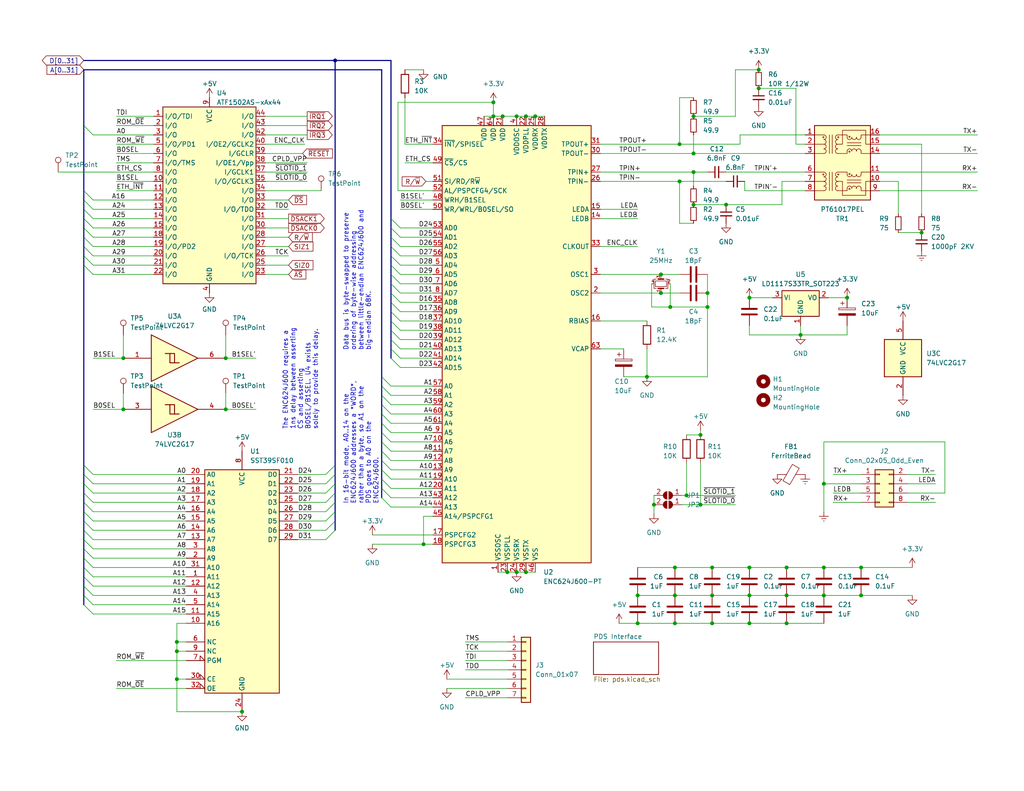
<source format=kicad_sch>
(kicad_sch (version 20230121) (generator eeschema)
  (paper "USLetter")
  (title_block (title "SEthernet/30 PDS Ethernet card for Macintosh SE/30") (date "2024-01-27") (rev "1"))
  (junction (at 173.99 162.56))
  (junction (at 33.655 97.79))
  (junction (at 214.63 154.94))
  (junction (at 194.31 154.94))
  (junction (at 207.01 24.13))
  (junction (at 134.62 27.94))
  (junction (at 61.595 111.76))
  (junction (at 180.34 80.01))
  (junction (at 180.34 74.93))
  (junction (at 143.51 156.21))
  (junction (at 178.435 137.795))
  (junction (at 189.23 41.91))
  (junction (at 224.79 132.08))
  (junction (at 185.42 49.53))
  (junction (at 191.135 137.795))
  (junction (at 214.63 162.56))
  (junction (at 204.47 154.94))
  (junction (at 218.44 91.44))
  (junction (at 33.655 111.76))
  (junction (at 234.95 154.94))
  (junction (at 182.88 83.82))
  (junction (at 224.79 162.56))
  (junction (at 48.26 175.26))
  (junction (at 194.31 170.18))
  (junction (at 137.16 31.75))
  (junction (at 48.26 177.8))
  (junction (at 189.23 31.75))
  (junction (at 91.44 16.51))
  (junction (at 173.99 170.18))
  (junction (at 204.47 162.56))
  (junction (at 176.53 102.87))
  (junction (at 66.04 194.31))
  (junction (at 207.01 19.05))
  (junction (at 204.47 170.18))
  (junction (at 189.23 46.99))
  (junction (at 115.57 148.59))
  (junction (at 140.97 156.21))
  (junction (at 138.43 156.21))
  (junction (at 214.63 170.18))
  (junction (at 204.47 81.28))
  (junction (at 146.05 31.75))
  (junction (at 184.15 162.56))
  (junction (at 184.15 170.18))
  (junction (at 189.23 55.88))
  (junction (at 191.135 118.745))
  (junction (at 143.51 31.75))
  (junction (at 193.04 80.01))
  (junction (at 194.31 162.56))
  (junction (at 187.325 135.255))
  (junction (at 61.595 97.79))
  (junction (at 185.42 39.37))
  (junction (at 140.97 31.75))
  (junction (at 234.95 162.56))
  (junction (at 198.12 55.88))
  (junction (at 134.62 31.75))
  (junction (at 231.14 81.28))
  (junction (at 251.46 63.5))
  (junction (at 184.15 154.94))
  (junction (at 193.04 83.82))
  (junction (at 48.26 185.42))
  (junction (at 224.79 154.94))
  (bus_entry (at 104.14 110.49) (size 2.54 2.54))
  (bus_entry (at 22.86 152.4) (size 2.54 2.54))
  (bus_entry (at 22.86 165.1) (size 2.54 2.54))
  (bus_entry (at 91.44 129.54) (size -2.54 2.54))
  (bus_entry (at 22.86 54.61) (size 2.54 2.54))
  (bus_entry (at 22.86 154.94) (size 2.54 2.54))
  (bus_entry (at 22.86 129.54) (size 2.54 2.54))
  (bus_entry (at 106.68 74.93) (size 2.54 2.54))
  (bus_entry (at 106.68 62.23) (size 2.54 2.54))
  (bus_entry (at 91.44 142.24) (size -2.54 2.54))
  (bus_entry (at 22.86 149.86) (size 2.54 2.54))
  (bus_entry (at 104.14 102.87) (size 2.54 2.54))
  (bus_entry (at 104.14 135.89) (size 2.54 2.54))
  (bus_entry (at 106.68 72.39) (size 2.54 2.54))
  (bus_entry (at 104.14 115.57) (size 2.54 2.54))
  (bus_entry (at 22.86 34.29) (size 2.54 2.54))
  (bus_entry (at 106.68 95.25) (size 2.54 2.54))
  (bus_entry (at 104.14 113.03) (size 2.54 2.54))
  (bus_entry (at 22.86 139.7) (size 2.54 2.54))
  (bus_entry (at 22.86 160.02) (size 2.54 2.54))
  (bus_entry (at 104.14 118.11) (size 2.54 2.54))
  (bus_entry (at 22.86 127) (size 2.54 2.54))
  (bus_entry (at 22.86 132.08) (size 2.54 2.54))
  (bus_entry (at 106.68 82.55) (size 2.54 2.54))
  (bus_entry (at 22.86 134.62) (size 2.54 2.54))
  (bus_entry (at 106.68 97.79) (size 2.54 2.54))
  (bus_entry (at 22.86 52.07) (size 2.54 2.54))
  (bus_entry (at 22.86 147.32) (size 2.54 2.54))
  (bus_entry (at 106.68 80.01) (size 2.54 2.54))
  (bus_entry (at 91.44 144.78) (size -2.54 2.54))
  (bus_entry (at 22.86 67.31) (size 2.54 2.54))
  (bus_entry (at 91.44 134.62) (size -2.54 2.54))
  (bus_entry (at 104.14 133.35) (size 2.54 2.54))
  (bus_entry (at 104.14 107.95) (size 2.54 2.54))
  (bus_entry (at 104.14 105.41) (size 2.54 2.54))
  (bus_entry (at 106.68 87.63) (size 2.54 2.54))
  (bus_entry (at 91.44 132.08) (size -2.54 2.54))
  (bus_entry (at 91.44 127) (size -2.54 2.54))
  (bus_entry (at 22.86 57.15) (size 2.54 2.54))
  (bus_entry (at 91.44 137.16) (size -2.54 2.54))
  (bus_entry (at 106.68 77.47) (size 2.54 2.54))
  (bus_entry (at 22.86 144.78) (size 2.54 2.54))
  (bus_entry (at 106.68 69.85) (size 2.54 2.54))
  (bus_entry (at 22.86 72.39) (size 2.54 2.54))
  (bus_entry (at 22.86 64.77) (size 2.54 2.54))
  (bus_entry (at 104.14 125.73) (size 2.54 2.54))
  (bus_entry (at 22.86 142.24) (size 2.54 2.54))
  (bus_entry (at 22.86 157.48) (size 2.54 2.54))
  (bus_entry (at 22.86 69.85) (size 2.54 2.54))
  (bus_entry (at 104.14 128.27) (size 2.54 2.54))
  (bus_entry (at 104.14 120.65) (size 2.54 2.54))
  (bus_entry (at 22.86 62.23) (size 2.54 2.54))
  (bus_entry (at 22.86 162.56) (size 2.54 2.54))
  (bus_entry (at 106.68 67.31) (size 2.54 2.54))
  (bus_entry (at 106.68 92.71) (size 2.54 2.54))
  (bus_entry (at 104.14 123.19) (size 2.54 2.54))
  (bus_entry (at 22.86 59.69) (size 2.54 2.54))
  (bus_entry (at 106.68 85.09) (size 2.54 2.54))
  (bus_entry (at 91.44 139.7) (size -2.54 2.54))
  (bus_entry (at 104.14 130.81) (size 2.54 2.54))
  (bus_entry (at 106.68 59.69) (size 2.54 2.54))
  (bus_entry (at 22.86 137.16) (size 2.54 2.54))
  (bus_entry (at 106.68 64.77) (size 2.54 2.54))
  (bus_entry (at 106.68 90.17) (size 2.54 2.54))
  (wire (pts (xy 61.595 111.76) (xy 69.85 111.76)))
  (wire (pts (xy 134.62 31.75) (xy 137.16 31.75)))
  (wire (pts (xy 88.9 134.62) (xy 81.28 134.62)))
  (bus (pts (xy 104.14 113.03) (xy 104.14 115.57)))
  (wire (pts (xy 88.9 144.78) (xy 81.28 144.78)))
  (wire (pts (xy 88.9 132.08) (xy 81.28 132.08)))
  (wire (pts (xy 121.92 185.42) (xy 138.43 185.42)))
  (wire (pts (xy 163.83 80.01) (xy 180.34 80.01)))
  (wire (pts (xy 72.39 59.69) (xy 78.74 59.69)))
  (wire (pts (xy 121.92 187.96) (xy 138.43 187.96)))
  (wire (pts (xy 224.79 154.94) (xy 234.95 154.94)))
  (wire (pts (xy 116.205 49.53) (xy 118.11 49.53)))
  (wire (pts (xy 25.4 129.54) (xy 50.8 129.54)))
  (bus (pts (xy 22.86 144.78) (xy 22.86 147.32)))
  (wire (pts (xy 78.74 74.93) (xy 72.39 74.93)))
  (wire (pts (xy 227.33 134.62) (xy 234.95 134.62)))
  (wire (pts (xy 106.68 138.43) (xy 118.11 138.43)))
  (wire (pts (xy 106.68 113.03) (xy 118.11 113.03)))
  (wire (pts (xy 132.08 31.75) (xy 134.62 31.75)))
  (wire (pts (xy 109.22 95.25) (xy 118.11 95.25)))
  (wire (pts (xy 101.6 148.59) (xy 115.57 148.59)))
  (wire (pts (xy 78.74 64.77) (xy 72.39 64.77)))
  (bus (pts (xy 22.86 34.29) (xy 22.86 52.07)))
  (wire (pts (xy 240.03 39.37) (xy 251.46 39.37)))
  (wire (pts (xy 231.14 91.44) (xy 218.44 91.44)))
  (wire (pts (xy 33.655 111.76) (xy 25.4 111.76)))
  (wire (pts (xy 48.26 177.8) (xy 48.26 185.42)))
  (bus (pts (xy 91.44 16.51) (xy 106.68 16.51)))
  (wire (pts (xy 138.43 182.88) (xy 127 182.88)))
  (wire (pts (xy 33.655 91.44) (xy 33.655 97.79)))
  (wire (pts (xy 191.135 117.475) (xy 191.135 118.745)))
  (wire (pts (xy 214.63 162.56) (xy 224.79 162.56)))
  (wire (pts (xy 106.68 118.11) (xy 118.11 118.11)))
  (wire (pts (xy 106.68 110.49) (xy 118.11 110.49)))
  (wire (pts (xy 48.26 185.42) (xy 50.8 185.42)))
  (wire (pts (xy 201.93 39.37) (xy 201.93 36.83)))
  (bus (pts (xy 106.68 95.25) (xy 106.68 97.79)))
  (wire (pts (xy 48.26 175.26) (xy 48.26 177.8)))
  (wire (pts (xy 163.83 67.31) (xy 173.99 67.31)))
  (wire (pts (xy 109.22 72.39) (xy 118.11 72.39)))
  (wire (pts (xy 25.4 160.02) (xy 50.8 160.02)))
  (bus (pts (xy 104.14 19.05) (xy 104.14 102.87)))
  (bus (pts (xy 106.68 77.47) (xy 106.68 80.01)))
  (wire (pts (xy 226.06 81.28) (xy 231.14 81.28)))
  (wire (pts (xy 234.95 154.94) (xy 248.92 154.94)))
  (bus (pts (xy 22.86 57.15) (xy 22.86 59.69)))
  (wire (pts (xy 31.75 49.53) (xy 41.91 49.53)))
  (wire (pts (xy 198.12 46.99) (xy 219.71 46.99)))
  (wire (pts (xy 109.22 74.93) (xy 118.11 74.93)))
  (bus (pts (xy 22.86 149.86) (xy 22.86 152.4)))
  (wire (pts (xy 163.83 74.93) (xy 180.34 74.93)))
  (wire (pts (xy 143.51 156.21) (xy 146.05 156.21)))
  (wire (pts (xy 173.99 170.18) (xy 184.15 170.18)))
  (wire (pts (xy 185.42 26.67) (xy 189.23 26.67)))
  (wire (pts (xy 31.75 187.96) (xy 50.8 187.96)))
  (wire (pts (xy 31.75 180.34) (xy 50.8 180.34)))
  (wire (pts (xy 231.14 88.9) (xy 231.14 91.44)))
  (wire (pts (xy 200.66 31.75) (xy 200.66 19.05)))
  (wire (pts (xy 109.22 57.15) (xy 118.11 57.15)))
  (bus (pts (xy 22.86 52.07) (xy 22.86 54.61)))
  (wire (pts (xy 25.4 162.56) (xy 50.8 162.56)))
  (bus (pts (xy 22.86 67.31) (xy 22.86 69.85)))
  (bus (pts (xy 22.86 134.62) (xy 22.86 137.16)))
  (wire (pts (xy 25.4 165.1) (xy 50.8 165.1)))
  (wire (pts (xy 61.595 97.79) (xy 69.85 97.79)))
  (wire (pts (xy 72.39 34.29) (xy 83.82 34.29)))
  (wire (pts (xy 106.68 120.65) (xy 118.11 120.65)))
  (wire (pts (xy 178.435 135.255) (xy 178.435 137.795)))
  (wire (pts (xy 109.22 100.33) (xy 118.11 100.33)))
  (wire (pts (xy 247.65 129.54) (xy 255.27 129.54)))
  (wire (pts (xy 247.65 134.62) (xy 257.81 134.62)))
  (bus (pts (xy 22.86 137.16) (xy 22.86 139.7)))
  (wire (pts (xy 25.4 59.69) (xy 41.91 59.69)))
  (wire (pts (xy 106.68 123.19) (xy 118.11 123.19)))
  (wire (pts (xy 187.325 135.255) (xy 200.66 135.255)))
  (bus (pts (xy 104.14 133.35) (xy 104.14 135.89)))
  (bus (pts (xy 106.68 59.69) (xy 106.68 62.23)))
  (wire (pts (xy 127 190.5) (xy 138.43 190.5)))
  (bus (pts (xy 22.86 64.77) (xy 22.86 67.31)))
  (wire (pts (xy 193.04 80.01) (xy 193.04 83.82)))
  (wire (pts (xy 185.42 39.37) (xy 201.93 39.37)))
  (wire (pts (xy 245.11 49.53) (xy 240.03 49.53)))
  (wire (pts (xy 88.9 142.24) (xy 81.28 142.24)))
  (wire (pts (xy 31.75 52.07) (xy 41.91 52.07)))
  (wire (pts (xy 48.26 194.31) (xy 66.04 194.31)))
  (wire (pts (xy 187.325 126.365) (xy 187.325 135.255)))
  (bus (pts (xy 22.86 162.56) (xy 22.86 165.1)))
  (wire (pts (xy 83.82 31.75) (xy 72.39 31.75)))
  (wire (pts (xy 109.22 69.85) (xy 118.11 69.85)))
  (wire (pts (xy 72.39 52.07) (xy 87.63 52.07)))
  (wire (pts (xy 127 180.34) (xy 138.43 180.34)))
  (wire (pts (xy 127 175.26) (xy 138.43 175.26)))
  (wire (pts (xy 177.8 77.47) (xy 177.8 83.82)))
  (wire (pts (xy 191.135 137.795) (xy 200.66 137.795)))
  (wire (pts (xy 115.57 148.59) (xy 118.11 148.59)))
  (wire (pts (xy 240.03 46.99) (xy 266.7 46.99)))
  (wire (pts (xy 189.23 41.91) (xy 219.71 41.91)))
  (wire (pts (xy 109.22 82.55) (xy 118.11 82.55)))
  (wire (pts (xy 72.39 39.37) (xy 83.185 39.37)))
  (wire (pts (xy 193.04 83.82) (xy 193.04 102.87)))
  (wire (pts (xy 25.4 144.78) (xy 50.8 144.78)))
  (bus (pts (xy 22.86 59.69) (xy 22.86 62.23)))
  (wire (pts (xy 191.135 126.365) (xy 191.135 137.795)))
  (wire (pts (xy 109.22 80.01) (xy 118.11 80.01)))
  (wire (pts (xy 48.26 170.18) (xy 48.26 175.26)))
  (wire (pts (xy 194.31 154.94) (xy 204.47 154.94)))
  (wire (pts (xy 204.47 154.94) (xy 214.63 154.94)))
  (wire (pts (xy 194.31 162.56) (xy 204.47 162.56)))
  (wire (pts (xy 219.71 39.37) (xy 217.17 39.37)))
  (wire (pts (xy 25.4 149.86) (xy 50.8 149.86)))
  (wire (pts (xy 25.4 54.61) (xy 41.91 54.61)))
  (bus (pts (xy 22.86 157.48) (xy 22.86 160.02)))
  (wire (pts (xy 33.655 107.315) (xy 33.655 111.76)))
  (wire (pts (xy 88.9 139.7) (xy 81.28 139.7)))
  (wire (pts (xy 234.95 162.56) (xy 248.92 162.56)))
  (bus (pts (xy 104.14 105.41) (xy 104.14 107.95)))
  (wire (pts (xy 204.47 91.44) (xy 218.44 91.44)))
  (bus (pts (xy 106.68 80.01) (xy 106.68 82.55)))
  (bus (pts (xy 22.86 160.02) (xy 22.86 162.56)))
  (wire (pts (xy 48.26 185.42) (xy 48.26 194.31)))
  (wire (pts (xy 106.68 115.57) (xy 118.11 115.57)))
  (bus (pts (xy 22.86 142.24) (xy 22.86 144.78)))
  (wire (pts (xy 25.4 147.32) (xy 50.8 147.32)))
  (wire (pts (xy 118.11 140.97) (xy 115.57 140.97)))
  (bus (pts (xy 22.86 132.08) (xy 22.86 134.62)))
  (wire (pts (xy 163.83 41.91) (xy 189.23 41.91)))
  (wire (pts (xy 137.16 31.75) (xy 140.97 31.75)))
  (wire (pts (xy 33.655 97.79) (xy 25.4 97.79)))
  (wire (pts (xy 201.93 36.83) (xy 219.71 36.83)))
  (bus (pts (xy 22.86 54.61) (xy 22.86 57.15)))
  (bus (pts (xy 22.86 72.39) (xy 22.86 127)))
  (wire (pts (xy 245.11 49.53) (xy 245.11 58.42)))
  (bus (pts (xy 106.68 87.63) (xy 106.68 90.17)))
  (bus (pts (xy 22.86 19.05) (xy 22.86 34.29)))
  (wire (pts (xy 182.88 83.82) (xy 193.04 83.82)))
  (wire (pts (xy 213.36 49.53) (xy 219.71 49.53)))
  (wire (pts (xy 109.22 97.79) (xy 118.11 97.79)))
  (wire (pts (xy 106.68 125.73) (xy 118.11 125.73)))
  (wire (pts (xy 106.68 130.81) (xy 118.11 130.81)))
  (bus (pts (xy 22.86 19.05) (xy 104.14 19.05)))
  (wire (pts (xy 106.68 133.35) (xy 118.11 133.35)))
  (wire (pts (xy 185.42 49.53) (xy 198.12 49.53)))
  (wire (pts (xy 184.15 162.56) (xy 194.31 162.56)))
  (wire (pts (xy 234.95 129.54) (xy 227.33 129.54)))
  (bus (pts (xy 91.44 137.16) (xy 91.44 139.7)))
  (wire (pts (xy 25.4 62.23) (xy 41.91 62.23)))
  (bus (pts (xy 22.86 129.54) (xy 22.86 132.08)))
  (bus (pts (xy 106.68 62.23) (xy 106.68 64.77)))
  (wire (pts (xy 78.74 54.61) (xy 72.39 54.61)))
  (bus (pts (xy 106.68 69.85) (xy 106.68 72.39)))
  (wire (pts (xy 163.83 49.53) (xy 185.42 49.53)))
  (bus (pts (xy 106.68 82.55) (xy 106.68 85.09)))
  (wire (pts (xy 189.23 46.99) (xy 189.23 50.8)))
  (bus (pts (xy 104.14 107.95) (xy 104.14 110.49)))
  (bus (pts (xy 91.44 139.7) (xy 91.44 142.24)))
  (wire (pts (xy 218.44 88.9) (xy 218.44 91.44)))
  (wire (pts (xy 224.79 162.56) (xy 234.95 162.56)))
  (wire (pts (xy 135.89 156.21) (xy 138.43 156.21)))
  (wire (pts (xy 110.49 39.37) (xy 118.11 39.37)))
  (wire (pts (xy 72.39 41.91) (xy 82.55 41.91)))
  (bus (pts (xy 22.86 69.85) (xy 22.86 72.39)))
  (wire (pts (xy 140.97 156.21) (xy 143.51 156.21)))
  (wire (pts (xy 173.99 154.94) (xy 184.15 154.94)))
  (wire (pts (xy 72.39 46.99) (xy 83.82 46.99)))
  (bus (pts (xy 91.44 16.51) (xy 91.44 127)))
  (wire (pts (xy 184.15 154.94) (xy 194.31 154.94)))
  (wire (pts (xy 203.2 52.07) (xy 219.71 52.07)))
  (bus (pts (xy 104.14 130.81) (xy 104.14 133.35)))
  (bus (pts (xy 22.86 127) (xy 22.86 129.54)))
  (bus (pts (xy 22.86 16.51) (xy 91.44 16.51)))
  (wire (pts (xy 200.66 19.05) (xy 207.01 19.05)))
  (wire (pts (xy 213.36 55.88) (xy 213.36 49.53)))
  (wire (pts (xy 78.74 67.31) (xy 72.39 67.31)))
  (wire (pts (xy 204.47 88.9) (xy 204.47 91.44)))
  (wire (pts (xy 88.9 137.16) (xy 81.28 137.16)))
  (wire (pts (xy 189.23 41.91) (xy 189.23 36.83)))
  (bus (pts (xy 104.14 118.11) (xy 104.14 120.65)))
  (wire (pts (xy 184.15 170.18) (xy 194.31 170.18)))
  (wire (pts (xy 25.4 74.93) (xy 41.91 74.93)))
  (wire (pts (xy 178.435 137.795) (xy 178.435 140.335)))
  (wire (pts (xy 88.9 147.32) (xy 81.28 147.32)))
  (wire (pts (xy 25.4 72.39) (xy 41.91 72.39)))
  (wire (pts (xy 146.05 31.75) (xy 148.59 31.75)))
  (wire (pts (xy 138.43 156.21) (xy 140.97 156.21)))
  (wire (pts (xy 198.12 55.88) (xy 213.36 55.88)))
  (wire (pts (xy 106.68 128.27) (xy 118.11 128.27)))
  (wire (pts (xy 189.23 31.75) (xy 200.66 31.75)))
  (wire (pts (xy 187.325 118.745) (xy 191.135 118.745)))
  (wire (pts (xy 78.74 72.39) (xy 72.39 72.39)))
  (wire (pts (xy 25.4 167.64) (xy 50.8 167.64)))
  (wire (pts (xy 193.04 102.87) (xy 176.53 102.87)))
  (wire (pts (xy 78.74 69.85) (xy 72.39 69.85)))
  (bus (pts (xy 106.68 67.31) (xy 106.68 69.85)))
  (wire (pts (xy 109.22 85.09) (xy 118.11 85.09)))
  (wire (pts (xy 257.81 120.65) (xy 257.81 134.62)))
  (wire (pts (xy 138.43 177.8) (xy 127 177.8)))
  (wire (pts (xy 41.91 34.29) (xy 31.75 34.29)))
  (wire (pts (xy 25.4 67.31) (xy 41.91 67.31)))
  (wire (pts (xy 88.9 129.54) (xy 81.28 129.54)))
  (wire (pts (xy 163.83 95.25) (xy 170.18 95.25)))
  (wire (pts (xy 106.68 135.89) (xy 118.11 135.89)))
  (bus (pts (xy 104.14 102.87) (xy 104.14 105.41)))
  (wire (pts (xy 108.585 27.94) (xy 134.62 27.94)))
  (wire (pts (xy 247.65 137.16) (xy 255.27 137.16)))
  (wire (pts (xy 109.22 92.71) (xy 118.11 92.71)))
  (wire (pts (xy 25.4 57.15) (xy 41.91 57.15)))
  (wire (pts (xy 109.22 54.61) (xy 118.11 54.61)))
  (wire (pts (xy 176.53 95.25) (xy 176.53 102.87)))
  (bus (pts (xy 22.86 154.94) (xy 22.86 157.48)))
  (wire (pts (xy 224.79 120.65) (xy 224.79 132.08)))
  (bus (pts (xy 91.44 132.08) (xy 91.44 134.62)))
  (wire (pts (xy 168.91 170.18) (xy 173.99 170.18)))
  (bus (pts (xy 91.44 127) (xy 91.44 129.54)))
  (wire (pts (xy 134.62 27.94) (xy 134.62 31.75)))
  (wire (pts (xy 189.23 55.88) (xy 198.12 55.88)))
  (wire (pts (xy 25.4 69.85) (xy 41.91 69.85)))
  (wire (pts (xy 227.33 137.16) (xy 234.95 137.16)))
  (bus (pts (xy 91.44 129.54) (xy 91.44 132.08)))
  (wire (pts (xy 185.42 49.53) (xy 185.42 60.96)))
  (wire (pts (xy 72.39 44.45) (xy 83.82 44.45)))
  (wire (pts (xy 186.055 135.255) (xy 187.325 135.255)))
  (wire (pts (xy 176.53 102.87) (xy 170.18 102.87)))
  (bus (pts (xy 106.68 74.93) (xy 106.68 77.47)))
  (wire (pts (xy 163.83 59.69) (xy 173.99 59.69)))
  (bus (pts (xy 106.68 92.71) (xy 106.68 95.25)))
  (wire (pts (xy 31.75 41.91) (xy 41.91 41.91)))
  (wire (pts (xy 72.39 49.53) (xy 83.82 49.53)))
  (bus (pts (xy 106.68 72.39) (xy 106.68 74.93)))
  (wire (pts (xy 31.75 31.75) (xy 41.91 31.75)))
  (wire (pts (xy 214.63 154.94) (xy 224.79 154.94)))
  (bus (pts (xy 22.86 139.7) (xy 22.86 142.24)))
  (wire (pts (xy 240.03 41.91) (xy 266.7 41.91)))
  (wire (pts (xy 109.22 77.47) (xy 118.11 77.47)))
  (wire (pts (xy 115.57 140.97) (xy 115.57 148.59)))
  (wire (pts (xy 180.34 74.93) (xy 185.42 74.93)))
  (wire (pts (xy 48.26 175.26) (xy 50.8 175.26)))
  (wire (pts (xy 143.51 31.75) (xy 146.05 31.75)))
  (wire (pts (xy 15.875 46.99) (xy 41.91 46.99)))
  (wire (pts (xy 110.49 19.05) (xy 115.57 19.05)))
  (wire (pts (xy 251.46 39.37) (xy 251.46 58.42)))
  (bus (pts (xy 106.68 85.09) (xy 106.68 87.63)))
  (bus (pts (xy 106.68 90.17) (xy 106.68 92.71)))
  (wire (pts (xy 163.83 39.37) (xy 185.42 39.37)))
  (wire (pts (xy 50.8 170.18) (xy 48.26 170.18)))
  (wire (pts (xy 185.42 39.37) (xy 185.42 26.67)))
  (wire (pts (xy 109.22 90.17) (xy 118.11 90.17)))
  (wire (pts (xy 61.595 107.315) (xy 61.595 111.76)))
  (bus (pts (xy 106.68 16.51) (xy 106.68 59.69)))
  (wire (pts (xy 163.83 46.99) (xy 189.23 46.99)))
  (wire (pts (xy 25.4 139.7) (xy 50.8 139.7)))
  (wire (pts (xy 25.4 142.24) (xy 50.8 142.24)))
  (wire (pts (xy 173.99 162.56) (xy 184.15 162.56)))
  (wire (pts (xy 185.42 60.96) (xy 189.23 60.96)))
  (wire (pts (xy 31.75 44.45) (xy 41.91 44.45)))
  (wire (pts (xy 217.17 39.37) (xy 217.17 24.13)))
  (wire (pts (xy 247.65 132.08) (xy 255.27 132.08)))
  (wire (pts (xy 163.83 87.63) (xy 176.53 87.63)))
  (wire (pts (xy 78.74 57.15) (xy 72.39 57.15)))
  (wire (pts (xy 189.23 46.99) (xy 193.04 46.99)))
  (wire (pts (xy 204.47 81.28) (xy 210.82 81.28)))
  (wire (pts (xy 25.4 152.4) (xy 50.8 152.4)))
  (wire (pts (xy 214.63 170.18) (xy 224.79 170.18)))
  (wire (pts (xy 25.4 134.62) (xy 50.8 134.62)))
  (bus (pts (xy 91.44 142.24) (xy 91.44 144.78)))
  (bus (pts (xy 91.44 134.62) (xy 91.44 137.16)))
  (wire (pts (xy 109.22 67.31) (xy 118.11 67.31)))
  (wire (pts (xy 41.91 39.37) (xy 31.75 39.37)))
  (wire (pts (xy 194.31 170.18) (xy 204.47 170.18)))
  (wire (pts (xy 245.11 63.5) (xy 251.46 63.5)))
  (wire (pts (xy 106.68 105.41) (xy 118.11 105.41)))
  (wire (pts (xy 108.585 27.94) (xy 108.585 52.07)))
  (wire (pts (xy 140.97 31.75) (xy 143.51 31.75)))
  (wire (pts (xy 83.82 36.83) (xy 72.39 36.83)))
  (wire (pts (xy 101.6 146.05) (xy 118.11 146.05)))
  (wire (pts (xy 118.11 52.07) (xy 108.585 52.07)))
  (wire (pts (xy 203.2 49.53) (xy 203.2 52.07)))
  (wire (pts (xy 25.4 154.94) (xy 50.8 154.94)))
  (bus (pts (xy 22.86 62.23) (xy 22.86 64.77)))
  (wire (pts (xy 204.47 162.56) (xy 214.63 162.56)))
  (wire (pts (xy 109.22 64.77) (xy 118.11 64.77)))
  (bus (pts (xy 22.86 147.32) (xy 22.86 149.86)))
  (wire (pts (xy 217.17 24.13) (xy 207.01 24.13)))
  (wire (pts (xy 180.34 80.01) (xy 185.42 80.01)))
  (wire (pts (xy 109.22 62.23) (xy 118.11 62.23)))
  (wire (pts (xy 234.95 132.08) (xy 224.79 132.08)))
  (wire (pts (xy 61.595 91.44) (xy 61.595 97.79)))
  (wire (pts (xy 25.4 137.16) (xy 50.8 137.16)))
  (wire (pts (xy 240.03 36.83) (xy 266.7 36.83)))
  (bus (pts (xy 104.14 110.49) (xy 104.14 113.03)))
  (wire (pts (xy 110.49 26.67) (xy 110.49 39.37)))
  (wire (pts (xy 193.04 74.93) (xy 193.04 80.01)))
  (wire (pts (xy 224.79 132.08) (xy 224.79 139.7)))
  (bus (pts (xy 22.86 152.4) (xy 22.86 154.94)))
  (wire (pts (xy 25.4 64.77) (xy 41.91 64.77)))
  (wire (pts (xy 163.83 57.15) (xy 173.99 57.15)))
  (bus (pts (xy 104.14 125.73) (xy 104.14 128.27)))
  (bus (pts (xy 104.14 120.65) (xy 104.14 123.19)))
  (bus (pts (xy 106.68 64.77) (xy 106.68 67.31)))
  (wire (pts (xy 182.88 77.47) (xy 182.88 83.82)))
  (wire (pts (xy 25.4 157.48) (xy 50.8 157.48)))
  (wire (pts (xy 118.11 44.45) (xy 110.49 44.45)))
  (wire (pts (xy 186.055 137.795) (xy 191.135 137.795)))
  (wire (pts (xy 25.4 132.08) (xy 50.8 132.08)))
  (wire (pts (xy 240.03 52.07) (xy 266.7 52.07)))
  (wire (pts (xy 48.26 177.8) (xy 50.8 177.8)))
  (wire (pts (xy 177.8 83.82) (xy 182.88 83.82)))
  (wire (pts (xy 204.47 170.18) (xy 214.63 170.18)))
  (wire (pts (xy 72.39 62.23) (xy 78.74 62.23)))
  (wire (pts (xy 25.4 36.83) (xy 41.91 36.83)))
  (wire (pts (xy 109.22 87.63) (xy 118.11 87.63)))
  (wire (pts (xy 224.79 120.65) (xy 257.81 120.65)))
  (bus (pts (xy 104.14 128.27) (xy 104.14 130.81)))
  (wire (pts (xy 106.68 107.95) (xy 118.11 107.95)))
  (bus (pts (xy 104.14 123.19) (xy 104.14 125.73)))
  (bus (pts (xy 104.14 115.57) (xy 104.14 118.11)))
  (text_box "Data bus is byte-swapped to preserve ordering of byte-wise addressing between little-endian ENC624J600 and big-endian 68K." (at 92.71 55.88 90) (size 11.43 40.64) (stroke (width -0.0001)) (effects (font (size 1.27 1.27)) (justify left top)))
  (text_box "In 16-bit mode, A0..14 on the ENC624J600 addresses a *WORD*, rather than a byte, so A1 on the PDS goes to A0 on the ENC624J600." (at 92.71 101.6 90) (size 11.43 36.83) (stroke (width -0.0001)) (effects (font (size 1.27 1.27)) (justify left top)))
  (text_box "The ENC624J600 requires a 1ns delay between asserting CS and asserting B0SEL/B1SEL. U4 exists solely to provide this delay." (at 76.2 86.36 90) (size 11.43 31.75) (stroke (width -0.0001)) (effects (font (size 1.27 1.27)) (justify left top)))
  (label "A0" (at 50.8 129.54 180))
  (label "A1" (at 50.8 132.08 180))
  (label "TCK" (at 127 177.8 0))
  (label "D29" (at 118.11 74.93 180))
  (label "LEDA" (at 173.99 57.15 180))
  (label "D26" (at 118.11 67.31 180))
  (label "A14" (at 50.8 165.1 180))
  (label "B1SEL'" (at 109.22 54.61 0))
  (label "RX-" (at 255.27 137.16 180))
  (label "TDI" (at 127 180.34 0))
  (label "TDI" (at 31.75 31.75 0))
  (label "ENC_CLK" (at 83.185 39.37 180))
  (label "D20" (at 118.11 92.71 180))
  (label "D18" (at 118.11 87.63 180))
  (label "A12" (at 50.8 160.02 180))
  (label "CPLD_VPP" (at 127 190.5 0))
  (label "A2" (at 50.8 134.62 180))
  (label "A1" (at 118.11 105.41 180))
  (label "A11" (at 50.8 157.48 180))
  (label "ROM_~{OE}" (at 31.75 34.29 0))
  (label "A11" (at 118.11 130.81 180))
  (label "A10" (at 50.8 154.94 180))
  (label "TPIN+" (at 168.91 46.99 0))
  (label "D19" (at 118.11 90.17 180))
  (label "D30" (at 118.11 77.47 180))
  (label "~{SLOTID_1}" (at 200.66 135.255 180))
  (label "D21" (at 118.11 95.25 180))
  (label "A0" (at 34.29 36.83 180))
  (label "A27" (at 34.29 64.77 180))
  (label "RX+" (at 227.33 137.16 0))
  (label "D25" (at 118.11 64.77 180))
  (label "D28" (at 118.11 72.39 180))
  (label "TDO" (at 78.74 57.15 180))
  (label "ETH_CS" (at 110.49 44.45 0))
  (label "A28" (at 34.29 67.31 180))
  (label "A3" (at 50.8 137.16 180))
  (label "TX+" (at 266.7 36.83 180))
  (label "B1SEL'" (at 69.85 97.79 180))
  (label "D28" (at 81.28 139.7 0))
  (label "ETH_~{INT}" (at 110.49 39.37 0))
  (label "D17" (at 118.11 85.09 180))
  (label "B0SEL'" (at 69.85 111.76 180))
  (label "D29" (at 81.28 142.24 0))
  (label "A7" (at 118.11 120.65 180))
  (label "A8" (at 118.11 123.19 180))
  (label "LEDB" (at 227.33 134.62 0))
  (label "B0SEL" (at 25.4 111.76 0))
  (label "A31" (at 34.29 74.93 180))
  (label "D25" (at 81.28 132.08 0))
  (label "~{SLOTID_1}" (at 83.82 46.99 180))
  (label "TPIN-" (at 168.91 49.53 0))
  (label "A30" (at 34.29 72.39 180))
  (label "TPOUT+" (at 168.91 39.37 0))
  (label "A5" (at 50.8 142.24 180))
  (label "TX-" (at 266.7 41.91 180))
  (label "A13" (at 50.8 162.56 180))
  (label "B1SEL" (at 31.75 49.53 0))
  (label "CPLD_VPP" (at 83.82 44.45 180))
  (label "A3" (at 118.11 110.49 180))
  (label "TDO" (at 127 182.88 0))
  (label "A4" (at 50.8 139.7 180))
  (label "A6" (at 50.8 144.78 180))
  (label "D30" (at 81.28 144.78 0))
  (label "TCK" (at 78.74 69.85 180))
  (label "ROM_~{WE}" (at 31.75 180.34 0))
  (label "D26" (at 81.28 134.62 0))
  (label "ROM_~{OE}" (at 31.75 187.96 0))
  (label "A25" (at 34.29 59.69 180))
  (label "A9" (at 50.8 152.4 180))
  (label "A14" (at 118.11 138.43 180))
  (label "RX+" (at 266.7 46.99 180))
  (label "A12" (at 118.11 133.35 180))
  (label "A9" (at 118.11 125.73 180))
  (label "A26" (at 34.29 62.23 180))
  (label "B0SEL" (at 31.75 41.91 0))
  (label "ETH_~{INT}" (at 31.75 52.07 0))
  (label "D27" (at 81.28 137.16 0))
  (label "A7" (at 50.8 147.32 180))
  (label "A16" (at 30.48 54.61 0))
  (label "D27" (at 118.11 69.85 180))
  (label "A13" (at 118.11 135.89 180))
  (label "TX+" (at 227.33 129.54 0))
  (label "D23" (at 118.11 100.33 180))
  (label "TMS" (at 31.75 44.45 0))
  (label "A5" (at 118.11 115.57 180))
  (label "D31" (at 118.11 80.01 180))
  (label "B1SEL" (at 25.4 97.79 0))
  (label "TX-" (at 255.27 129.54 180))
  (label "ETH_CS" (at 31.75 46.99 0))
  (label "A24" (at 34.29 57.15 180))
  (label "D24" (at 118.11 62.23 180))
  (label "ENC_CLK" (at 173.99 67.31 180))
  (label "D16" (at 118.11 82.55 180))
  (label "D22" (at 118.11 97.79 180))
  (label "TPOUT-" (at 168.91 41.91 0))
  (label "ROM_~{WE}" (at 31.75 39.37 0))
  (label "A6" (at 118.11 118.11 180))
  (label "RX-" (at 266.7 52.07 180))
  (label "A10" (at 118.11 128.27 180))
  (label "LEDA" (at 255.27 132.08 180))
  (label "A8" (at 50.8 149.86 180))
  (label "B0SEL'" (at 109.22 57.15 0))
  (label "D31" (at 81.28 147.32 0))
  (label "TPIN'+" (at 205.74 46.99 0))
  (label "D24" (at 81.28 129.54 0))
  (label "A2" (at 118.11 107.95 180))
  (label "TPIN'-" (at 205.74 52.07 0))
  (label "TMS" (at 127 175.26 0))
  (label "~{SLOTID_0}" (at 83.82 49.53 180))
  (label "A4" (at 118.11 113.03 180))
  (label "A15" (at 50.8 167.64 180))
  (label "~{SLOTID_0}" (at 200.66 137.795 180))
  (label "LEDB" (at 173.99 59.69 180))
  (label "A29" (at 34.29 69.85 180))
  (global_label "~{DS}" (shape input) (at 78.74 54.61 0) (property "Intersheetrefs" "${INTERSHEET_REFS}" (effects hide)))
  (global_label "R{slash}~{W}" (shape input) (at 78.74 64.77 0) (property "Intersheetrefs" "${INTERSHEET_REFS}" (effects hide)))
  (global_label "~{DSACK1}" (shape output) (at 78.74 59.69 0) (property "Intersheetrefs" "${INTERSHEET_REFS}" (effects hide)))
  (global_label "~{IRQ3}" (shape output) (at 83.82 36.83 0) (property "Intersheetrefs" "${INTERSHEET_REFS}" (effects hide)))
  (global_label "~{IRQ2}" (shape output) (at 83.82 34.29 0) (property "Intersheetrefs" "${INTERSHEET_REFS}" (effects hide)))
  (global_label "~{DSACK0}" (shape output) (at 78.74 62.23 0) (property "Intersheetrefs" "${INTERSHEET_REFS}" (effects hide)))
  (global_label "~{RESET}" (shape input) (at 82.55 41.91 0) (property "Intersheetrefs" "${INTERSHEET_REFS}" (effects hide)))
  (global_label "D[0..31]" (shape bidirectional) (at 22.86 16.51 180) (property "Intersheetrefs" "${INTERSHEET_REFS}" (effects hide)))
  (global_label "~{IRQ1}" (shape output) (at 83.82 31.75 0) (property "Intersheetrefs" "${INTERSHEET_REFS}" (effects hide)))
  (global_label "A[0..31]" (shape input) (at 22.86 19.05 180) (property "Intersheetrefs" "${INTERSHEET_REFS}" (effects hide)))
  (global_label "R{slash}~{W}" (shape input) (at 116.205 49.53 180) (property "Intersheetrefs" "${INTERSHEET_REFS}" (effects hide)))
  (global_label "SIZ1" (shape input) (at 78.74 67.31 0) (property "Intersheetrefs" "${INTERSHEET_REFS}" (effects hide)))
  (global_label "~{AS}" (shape input) (at 78.74 74.93 0) (property "Intersheetrefs" "${INTERSHEET_REFS}" (effects hide)))
  (global_label "SIZ0" (shape input) (at 78.74 72.39 0) (property "Intersheetrefs" "${INTERSHEET_REFS}" (effects hide)))
  (symbol (lib_id "Connector:TestPoint") (at 33.655 107.315 0) (unit 1)
    (property "Reference" "TP3" (at 35.56 102.743 0) (effects (justify left)))
    (property "Value" "TestPoint" (at 35.56 105.283 0) (effects (justify left)))
    (property "Footprint" "TestPoint:TestPoint_Pad_D1.0mm" (effects hide))
  )
  (symbol (lib_id "Device:R_Small") (at 189.23 34.29 0) (unit 1)
    (property "Reference" "R5" (at 191.77 33.02 0) (effects (justify left)))
    (property "Value" "49.9" (at 191.77 35.56 0) (effects (justify left)))
    (property "Footprint" "Resistor_SMD:R_0805_2012Metric_Pad1.20x1.40mm_HandSolder" (effects hide))
    (property "Digikey" "RMCF0805FT49R9CT-ND" (effects hide))
    (property "LCSC" "C17720" (effects hide))
  )
  (symbol (lib_id "Device:C") (at 224.79 166.37 0) (mirror x) (unit 1)
    (property "Reference" "C21" (at 228.6 165.1 0) (effects (justify left)))
    (property "Value" "1uF" (at 228.6 167.64 0) (effects (justify left)))
    (property "Footprint" "Capacitor_SMD:C_0805_2012Metric_Pad1.18x1.45mm_HandSolder" (effects hide))
    (property "Digikey" "1276-1066-1-ND" (effects hide))
    (property "LCSC" "C28323" (effects hide))
  )
  (symbol (lib_id "74xGxx:74LVC2G17") (at 246.38 97.79 0) (unit 3)
    (property "Reference" "U3" (at 252.73 96.52 0) (effects (justify left)))
    (property "Value" "74LVC2G17" (at 252.73 99.06 0) (effects (justify left)))
    (property "Footprint" "Package_TO_SOT_SMD:SOT-363_SC-70-6" (effects hide))
    (property "Datasheet" "http://www.ti.com/lit/sg/scyt129e/scyt129e.pdf" (effects hide))
    (property "LCSC" "C7494902" (effects hide))
    (property "Digikey" "1727-7364-1-ND" (effects hide))
  )
  (symbol (lib_id "Connector:TestPoint") (at 15.875 46.99 0) (unit 1)
    (property "Reference" "TP2" (at 17.78 42.418 0) (effects (justify left)))
    (property "Value" "TestPoint" (at 17.78 44.958 0) (effects (justify left)))
    (property "Footprint" "TestPoint:TestPoint_Pad_D1.0mm" (effects hide))
  )
  (symbol (lib_id "power:GND") (at 66.04 194.31 0) (unit 1)
    (property "Reference" "#PWR021" (effects hide))
    (property "Value" "GND" (at 66.04 198.755 0))
  )
  (symbol (lib_id "Device:C") (at 204.47 166.37 0) (mirror x) (unit 1)
    (property "Reference" "C17" (at 208.28 165.1 0) (effects (justify left)))
    (property "Value" "1uF" (at 208.28 167.64 0) (effects (justify left)))
    (property "Footprint" "Capacitor_SMD:C_0805_2012Metric_Pad1.18x1.45mm_HandSolder" (effects hide))
    (property "Digikey" "1276-1066-1-ND" (effects hide))
    (property "LCSC" "C28323" (effects hide))
  )
  (symbol (lib_id "Device:C_Polarized") (at 231.14 85.09 0) (unit 1)
    (property "Reference" "C23" (at 234.95 82.931 0) (effects (justify left)))
    (property "Value" "10uF" (at 234.95 85.471 0) (effects (justify left)))
    (property "Footprint" "Capacitor_Tantalum_SMD:CP_EIA-3216-18_Kemet-A_Pad1.58x1.35mm_HandSolder" (effects hide))
    (property "Digikey" "718-1118-1-ND" (effects hide))
    (property "LCSC" "C7171" (effects hide))
  )
  (symbol (lib_id "Connector:TestPoint") (at 61.595 91.44 0) (unit 1)
    (property "Reference" "TP4" (at 63.5 86.868 0) (effects (justify left)))
    (property "Value" "TestPoint" (at 63.5 89.408 0) (effects (justify left)))
    (property "Footprint" "TestPoint:TestPoint_Pad_D1.0mm" (effects hide))
  )
  (symbol (lib_id "power:GND") (at 115.57 19.05 0) (unit 1)
    (property "Reference" "#PWR010" (effects hide))
    (property "Value" "GND" (at 118.11 20.955 0) (effects (justify left)))
  )
  (symbol (lib_id "Device:C") (at 204.47 158.75 180) (unit 1)
    (property "Reference" "C2" (at 208.28 157.48 0) (effects (justify right)))
    (property "Value" "0.1uF" (at 208.28 160.02 0) (effects (justify right)))
    (property "Footprint" "Capacitor_SMD:C_0805_2012Metric_Pad1.18x1.45mm_HandSolder" (effects hide))
    (property "Digikey" "399-C0805C104M5RAC7800CT-ND" (effects hide))
    (property "LCSC" "C49678" (effects hide))
  )
  (symbol (lib_id "Device:R_Small") (at 189.23 53.34 0) (unit 1)
    (property "Reference" "R4" (at 191.77 52.07 0) (effects (justify left)))
    (property "Value" "49.9" (at 191.77 54.61 0) (effects (justify left)))
    (property "Footprint" "Resistor_SMD:R_0805_2012Metric_Pad1.20x1.40mm_HandSolder" (effects hide))
    (property "Digikey" "RMCF0805FT49R9CT-ND" (effects hide))
    (property "LCSC" "C17720" (effects hide))
  )
  (symbol (lib_id "power:Earth") (at 219.71 129.54 0) (unit 1)
    (property "Reference" "#PWR014" (effects hide))
    (property "Value" "Earth" (effects hide))
  )
  (symbol (lib_id "power:+3.3V") (at 134.62 27.94 0) (unit 1)
    (property "Reference" "#PWR019" (effects hide))
    (property "Value" "+3.3V" (at 134.62 22.86 0))
  )
  (symbol (lib_id "Connector:TestPoint") (at 61.595 107.315 0) (unit 1)
    (property "Reference" "TP1" (at 63.5 102.743 0) (effects (justify left)))
    (property "Value" "TestPoint" (at 63.5 105.283 0) (effects (justify left)))
    (property "Footprint" "TestPoint:TestPoint_Pad_D1.0mm" (effects hide))
  )
  (symbol (lib_id "Device:R_Small") (at 251.46 60.96 0) (unit 1)
    (property "Reference" "R8" (at 254 59.69 0) (effects (justify left)))
    (property "Value" "75" (at 254 62.23 0) (effects (justify left)))
    (property "Footprint" "Resistor_SMD:R_0805_2012Metric_Pad1.20x1.40mm_HandSolder" (effects hide))
    (property "Digikey" "RMCF0805FT75R0CT-ND" (effects hide))
    (property "LCSC" "C2933566" (effects hide))
  )
  (symbol (lib_id "Device:C_Small") (at 251.46 66.04 0) (unit 1)
    (property "Reference" "C20" (at 254 64.7763 0) (effects (justify left)))
    (property "Value" "1000pF 2KV" (at 254 67.3163 0) (effects (justify left)))
    (property "Footprint" "Capacitor_SMD:C_1206_3216Metric_Pad1.33x1.80mm_HandSolder" (effects hide))
    (property "Digikey" "4587-C1206X102K202TCT-ND" (effects hide))
    (property "LCSC" "C282813" (effects hide))
  )
  (symbol (lib_id "Device:C_Small") (at 198.12 58.42 0) (unit 1)
    (property "Reference" "C5" (at 200.66 57.1563 0) (effects (justify left)))
    (property "Value" "0.01uF" (at 200.66 59.6963 0) (effects (justify left)))
    (property "Footprint" "Capacitor_SMD:C_0805_2012Metric_Pad1.18x1.45mm_HandSolder" (effects hide))
    (property "Digikey" "399-C0805C103K5RACTUCT-ND" (effects hide))
    (property "LCSC" "C1710" (effects hide))
  )
  (symbol (lib_id "power:+5V") (at 121.92 185.42 0) (unit 1)
    (property "Reference" "#PWR02" (effects hide))
    (property "Value" "+5V" (at 121.92 181.61 0))
  )
  (symbol (lib_id "power:+5V") (at 57.15 26.67 0) (mirror y) (unit 1)
    (property "Reference" "#PWR022" (effects hide))
    (property "Value" "+5V" (at 57.15 22.86 0))
  )
  (symbol (lib_id "power:+5V") (at 66.04 123.19 0) (unit 1)
    (property "Reference" "#PWR011" (effects hide))
    (property "Value" "+5V" (at 66.04 119.38 0))
  )
  (symbol (lib_id "Device:C") (at 214.63 166.37 0) (mirror x) (unit 1)
    (property "Reference" "C18" (at 218.44 165.1 0) (effects (justify left)))
    (property "Value" "1uF" (at 218.44 167.64 0) (effects (justify left)))
    (property "Footprint" "Capacitor_SMD:C_0805_2012Metric_Pad1.18x1.45mm_HandSolder" (effects hide))
    (property "Digikey" "1276-1066-1-ND" (effects hide))
    (property "LCSC" "C28323" (effects hide))
  )
  (symbol (lib_id "power:GND") (at 198.12 60.96 0) (unit 1)
    (property "Reference" "#PWR025" (effects hide))
    (property "Value" "GND" (at 198.12 66.04 0))
  )
  (symbol (lib_id "power:+5V") (at 246.38 87.63 0) (unit 1)
    (property "Reference" "#PWR038" (effects hide))
    (property "Value" "+5V" (at 246.38 83.82 0))
  )
  (symbol (lib_id "Device:R_Small") (at 245.11 60.96 0) (unit 1)
    (property "Reference" "R9" (at 242.57 59.69 0) (effects (justify right)))
    (property "Value" "75" (at 242.57 62.23 0) (effects (justify right)))
    (property "Footprint" "Resistor_SMD:R_0805_2012Metric_Pad1.20x1.40mm_HandSolder" (effects hide))
    (property "Digikey" "RMCF0805FT75R0CT-ND" (effects hide))
    (property "LCSC" "C2933566" (effects hide))
  )
  (symbol (lib_id "Device:C") (at 184.15 158.75 0) (unit 1)
    (property "Reference" "C8" (at 187.96 157.48 0) (effects (justify left)))
    (property "Value" "1uF" (at 187.96 160.02 0) (effects (justify left)))
    (property "Footprint" "Capacitor_SMD:C_0805_2012Metric_Pad1.18x1.45mm_HandSolder" (effects hide))
    (property "Digikey" "1276-1066-1-ND" (effects hide))
    (property "LCSC" "C28323" (effects hide))
  )
  (symbol (lib_id "Device:C") (at 204.47 85.09 0) (unit 1)
    (property "Reference" "C22" (at 208.28 84.455 0) (effects (justify left)))
    (property "Value" "0.1uF" (at 208.28 86.995 0) (effects (justify left)))
    (property "Footprint" "Capacitor_SMD:C_0805_2012Metric_Pad1.18x1.45mm_HandSolder" (effects hide))
    (property "Digikey" "399-C0805C104M5RAC7800CT-ND" (effects hide))
    (property "LCSC" "C49678" (effects hide))
  )
  (symbol (lib_id "Mechanical:MountingHole") (at 208.28 104.14 0) (unit 1) (in_bom no)
    (property "Reference" "H1" (at 210.82 103.505 0) (effects (justify left)))
    (property "Value" "MountingHole" (at 210.82 106.045 0) (effects (justify left)))
    (property "Footprint" "MountingHole:MountingHole_5mm" (effects hide))
  )
  (symbol (lib_id "Device:C_Small") (at 200.66 49.53 90) (unit 1)
    (property "Reference" "C9" (at 200.6663 43.18 90))
    (property "Value" "6.8nF" (at 200.6663 45.72 90))
    (property "Footprint" "Capacitor_SMD:C_0805_2012Metric_Pad1.18x1.45mm_HandSolder" (effects hide))
    (property "Digikey" "399-C0805C682K5RAC7800CT-ND" (effects hide))
    (property "LCSC" "C1755" (effects hide))
  )
  (symbol (lib_id "Device:R_Small") (at 189.23 58.42 0) (unit 1)
    (property "Reference" "R2" (at 191.77 57.15 0) (effects (justify left)))
    (property "Value" "49.9" (at 191.77 59.69 0) (effects (justify left)))
    (property "Footprint" "Resistor_SMD:R_0805_2012Metric_Pad1.20x1.40mm_HandSolder" (effects hide))
    (property "Digikey" "RMCF0805FT49R9CT-ND" (effects hide))
    (property "LCSC" "C17720" (effects hide))
  )
  (symbol (lib_id "power:+3.3V") (at 101.6 146.05 0) (unit 1)
    (property "Reference" "#PWR04" (effects hide))
    (property "Value" "+3.3V" (at 101.6 142.24 0))
  )
  (symbol (lib_id "power:GND") (at 207.01 29.21 0) (unit 1)
    (property "Reference" "#PWR018" (effects hide))
    (property "Value" "GND" (at 207.01 34.29 0))
  )
  (symbol (lib_id "Device:C") (at 184.15 166.37 180) (unit 1)
    (property "Reference" "C11" (at 187.96 165.1 0) (effects (justify right)))
    (property "Value" "1uF" (at 187.96 167.64 0) (effects (justify right)))
    (property "Footprint" "Capacitor_SMD:C_0805_2012Metric_Pad1.18x1.45mm_HandSolder" (effects hide))
    (property "Digikey" "1276-1066-1-ND" (effects hide))
    (property "LCSC" "C28323" (effects hide))
  )
  (symbol (lib_id "74xGxx:74LVC2G17") (at 48.895 111.76 0) (unit 2)
    (property "Reference" "U3" (at 47.625 118.745 0))
    (property "Value" "74LVC2G17" (at 47.625 121.285 0))
    (property "Footprint" "Package_TO_SOT_SMD:SOT-363_SC-70-6" (effects hide))
    (property "Datasheet" "http://www.ti.com/lit/sg/scyt129e/scyt129e.pdf" (effects hide))
    (property "LCSC" "C7494902" (effects hide))
    (property "Digikey" "1727-7364-1-ND" (effects hide))
  )
  (symbol (lib_id "Device:C_Small") (at 207.01 26.67 0) (unit 1)
    (property "Reference" "C16" (at 209.55 25.4063 0) (effects (justify left)))
    (property "Value" "0.01uF" (at 209.55 27.9463 0) (effects (justify left)))
    (property "Footprint" "Capacitor_SMD:C_0805_2012Metric_Pad1.18x1.45mm_HandSolder" (effects hide))
    (property "Digikey" "399-C0805C103K5RACTUCT-ND" (effects hide))
    (property "LCSC" "C1710" (effects hide))
  )
  (symbol (lib_id "Connector_Generic:Conn_02x04_Odd_Even") (at 240.03 132.08 0) (unit 1)
    (property "Reference" "J2" (at 241.3 123.19 0))
    (property "Value" "Conn_02x05_Odd_Even" (at 241.3 125.73 0))
    (property "Footprint" "Connector_IDC:IDC-Header_2x04_P2.54mm_Vertical" (effects hide))
    (property "Digikey" "ED1543-ND" (effects hide))
    (property "LCSC" "C17179451" (effects hide))
  )
  (symbol (lib_id "Device:R") (at 110.49 22.86 0) (unit 1)
    (property "Reference" "R3" (at 113.03 22.225 0) (effects (justify left)))
    (property "Value" "10K" (at 113.03 24.765 0) (effects (justify left)))
    (property "Footprint" "Resistor_SMD:R_0805_2012Metric_Pad1.20x1.40mm_HandSolder" (effects hide))
    (property "Digikey" "RMCF0805FT10K0CT-ND" (effects hide))
    (property "LCSC" "C17414" (effects hide))
  )
  (symbol (lib_id "Device:C") (at 173.99 158.75 0) (mirror x) (unit 1)
    (property "Reference" "C6" (at 180.975 157.48 0) (effects (justify right)))
    (property "Value" "1uF" (at 180.975 160.02 0) (effects (justify right)))
    (property "Footprint" "Capacitor_SMD:C_0805_2012Metric_Pad1.18x1.45mm_HandSolder" (effects hide))
    (property "Digikey" "1276-1066-1-ND" (effects hide))
    (property "LCSC" "C28323" (effects hide))
  )
  (symbol (lib_id "Device:C") (at 194.31 158.75 0) (mirror y) (unit 1)
    (property "Reference" "C19" (at 198.12 157.48 0) (effects (justify right)))
    (property "Value" "1uF" (at 198.12 160.02 0) (effects (justify right)))
    (property "Footprint" "Capacitor_SMD:C_0805_2012Metric_Pad1.18x1.45mm_HandSolder" (effects hide))
    (property "Digikey" "1276-1066-1-ND" (effects hide))
    (property "LCSC" "C28323" (effects hide))
  )
  (symbol (lib_id "Regulator_Linear:LD1117S33TR_SOT223") (at 218.44 81.28 0) (unit 1)
    (property "Reference" "U5" (at 218.44 74.93 0))
    (property "Value" "LD1117S33TR_SOT223" (at 218.44 77.47 0))
    (property "Footprint" "Package_TO_SOT_SMD:SOT-223-3_TabPin2" (effects hide))
    (property "Datasheet" "http://www.st.com/st-web-ui/static/active/en/resource/technical/document/datasheet/CD00000544.pdf" (effects hide))
    (property "Digikey" "497-1242-1-ND" (effects hide))
    (property "LCSC" "C6186" (effects hide))
  )
  (symbol (lib_id "power:GND") (at 218.44 91.44 0) (unit 1)
    (property "Reference" "#PWR016" (effects hide))
    (property "Value" "GND" (at 218.44 96.52 0))
  )
  (symbol (lib_id "power:GND") (at 212.09 129.54 0) (unit 1)
    (property "Reference" "#PWR013" (effects hide))
    (property "Value" "GND" (at 212.09 134.62 0))
  )
  (symbol (lib_id "PDS-Ethernet:SST39SF010-TSOP32") (at 66.04 160.02 0) (unit 1)
    (property "Reference" "U1" (at 68.2341 123.19 0) (effects (justify left)))
    (property "Value" "SST39SF010" (at 68.2341 125.73 0) (effects (justify left)))
    (property "Footprint" "Package_SO:TSOP-I-32_14.4x8mm_P0.5mm" (effects hide))
    (property "Datasheet" "http://ww1.microchip.com/downloads/en/DeviceDoc/25022B.pdf" (effects hide))
    (property "Digikey" "SST39SF010A-70-4C-WHE-ND" (effects hide))
    (property "LCSC" "C633793" (effects hide))
  )
  (symbol (lib_id "power:GND") (at 57.15 80.01 0) (unit 1)
    (property "Reference" "#PWR035" (effects hide))
    (property "Value" "GND" (at 57.15 84.455 0))
  )
  (symbol (lib_id "74xGxx:74LVC2G17") (at 48.895 97.79 0) (unit 1)
    (property "Reference" "U3" (at 47.625 86.36 0))
    (property "Value" "74LVC2G17" (at 47.625 88.9 0))
    (property "Footprint" "Package_TO_SOT_SMD:SOT-363_SC-70-6" (effects hide))
    (property "Datasheet" "http://www.ti.com/lit/sg/scyt129e/scyt129e.pdf" (effects hide))
    (property "LCSC" "C7494902" (effects hide))
    (property "Digikey" "1727-7364-1-ND" (effects hide))
  )
  (symbol (lib_id "power:+5V") (at 191.135 117.475 0) (mirror y) (unit 1)
    (property "Reference" "#PWR024" (effects hide))
    (property "Value" "+5V" (at 191.135 113.665 0))
  )
  (symbol (lib_id "Device:R") (at 191.135 122.555 0) (unit 1)
    (property "Reference" "R11" (at 193.04 121.92 0) (effects (justify left)))
    (property "Value" "10K" (at 193.04 124.46 0) (effects (justify left)))
    (property "Footprint" "Resistor_SMD:R_0805_2012Metric_Pad1.20x1.40mm_HandSolder" (effects hide))
    (property "Digikey" "RMCF0805FT10K0CT-ND" (effects hide))
    (property "LCSC" "C17414" (effects hide))
  )
  (symbol (lib_id "power:GND") (at 178.435 140.335 0) (mirror y) (unit 1)
    (property "Reference" "#PWR027" (effects hide))
    (property "Value" "GND" (at 178.435 145.415 0))
  )
  (symbol (lib_id "Device:C") (at 173.99 166.37 0) (mirror x) (unit 1)
    (property "Reference" "C1" (at 177.8 165.1 0) (effects (justify left)))
    (property "Value" "1uF" (at 177.8 167.64 0) (effects (justify left)))
    (property "Footprint" "Capacitor_SMD:C_0805_2012Metric_Pad1.18x1.45mm_HandSolder" (effects hide))
    (property "Digikey" "1276-1066-1-ND" (effects hide))
    (property "LCSC" "C28323" (effects hide))
  )
  (symbol (lib_id "power:GND") (at 248.92 162.56 0) (unit 1)
    (property "Reference" "#PWR032" (effects hide))
    (property "Value" "GND" (at 248.92 167.64 0))
  )
  (symbol (lib_id "Device:C") (at 214.63 158.75 0) (unit 1)
    (property "Reference" "C7" (at 218.44 157.48 0) (effects (justify left)))
    (property "Value" "0.1uF" (at 218.44 160.02 0) (effects (justify left)))
    (property "Footprint" "Capacitor_SMD:C_0805_2012Metric_Pad1.18x1.45mm_HandSolder" (effects hide))
    (property "Digikey" "399-C0805C104M5RAC7800CT-ND" (effects hide))
    (property "LCSC" "C49678" (effects hide))
  )
  (symbol (lib_id "Device:R_Small") (at 207.01 21.59 0) (unit 1)
    (property "Reference" "R6" (at 209.55 20.32 0) (effects (justify left)))
    (property "Value" "10R 1/12W" (at 209.55 22.86 0) (effects (justify left)))
    (property "Footprint" "Resistor_SMD:R_0805_2012Metric_Pad1.20x1.40mm_HandSolder" (effects hide))
    (property "Digikey" "RMCF0805FT10R0CT-ND" (effects hide))
    (property "LCSC" "C17415" (effects hide))
  )
  (symbol (lib_id "Device:C") (at 234.95 158.75 0) (unit 1)
    (property "Reference" "C14" (at 238.76 157.48 0) (effects (justify left)))
    (property "Value" "0.1uF" (at 238.76 160.02 0) (effects (justify left)))
    (property "Footprint" "Capacitor_SMD:C_0805_2012Metric_Pad1.18x1.45mm_HandSolder" (effects hide))
    (property "Digikey" "399-C0805C104M5RAC7800CT-ND" (effects hide))
    (property "LCSC" "C49678" (effects hide))
  )
  (symbol (lib_id "Device:C_Small") (at 195.58 46.99 90) (unit 1)
    (property "Reference" "C12" (at 195.5863 40.64 90))
    (property "Value" "6.8nF" (at 195.5863 43.18 90))
    (property "Footprint" "Capacitor_SMD:C_0805_2012Metric_Pad1.18x1.45mm_HandSolder" (effects hide))
    (property "Digikey" "399-C0805C682K5RAC7800CT-ND" (effects hide))
    (property "LCSC" "C1755" (effects hide))
  )
  (symbol (lib_id "power:GND") (at 101.6 148.59 0) (unit 1)
    (property "Reference" "#PWR07" (effects hide))
    (property "Value" "GND" (at 101.6 153.67 0))
  )
  (symbol (lib_id "power:GND") (at 246.38 107.95 0) (unit 1)
    (property "Reference" "#PWR039" (effects hide))
    (property "Value" "GND" (at 246.38 113.03 0))
  )
  (symbol (lib_id "Jumper:SolderJumper_2_Open") (at 182.245 135.255 180) (unit 1) (in_bom no)
    (property "Reference" "JP1" (at 189.23 135.255 0))
    (property "Value" "SolderJumper_2_Open" (effects hide))
    (property "Footprint" "Connector_PinHeader_2.54mm:PinHeader_1x02_P2.54mm_Vertical" (effects hide))
  )
  (symbol (lib_id "power:+3.3V") (at 207.01 19.05 0) (unit 1)
    (property "Reference" "#PWR015" (effects hide))
    (property "Value" "+3.3V" (at 207.01 13.97 0))
  )
  (symbol (lib_id "Device:Crystal_GND24_Small") (at 180.34 77.47 90) (unit 1)
    (property "Reference" "Y1" (at 180.34 68.58 90))
    (property "Value" "25MHz" (at 180.34 71.12 90))
    (property "Footprint" "Crystal:Crystal_SMD_3225-4Pin_3.2x2.5mm_HandSoldering" (effects hide))
    (property "Datasheet" "https://www.raltron.com/webproducts/specs/CRYSTAL/RH100-25.000-18-F-1020-EXT-TR.pdf" (effects hide))
    (property "Digikey" "2151-RH100-25.000-18-F-1020-EXT-TRCT-ND" (effects hide))
    (property "LCSC" "C9006" (effects hide))
  )
  (symbol (lib_id "power:GND") (at 121.92 187.96 0) (unit 1)
    (property "Reference" "#PWR08" (effects hide))
    (property "Value" "GND" (at 121.92 193.04 0))
  )
  (symbol (lib_id "Device:R") (at 176.53 91.44 0) (unit 1)
    (property "Reference" "R1" (at 179.07 90.17 0) (effects (justify left)))
    (property "Value" "12.4K" (at 179.07 92.71 0) (effects (justify left)))
    (property "Footprint" "Resistor_SMD:R_0805_2012Metric_Pad1.20x1.40mm_HandSolder" (effects hide))
    (property "Digikey" "RMCF0805FT12K4CT-ND" (effects hide))
    (property "LCSC" "C317429" (effects hide))
  )
  (symbol (lib_id "PDS-Ethernet:ENC624J600-PT") (at 140.97 67.31 0) (unit 1)
    (property "Reference" "U2" (at 148.2441 156.21 0) (effects (justify left)))
    (property "Value" "ENC624J600-PT" (at 148.2441 158.75 0) (effects (justify left)))
    (property "Footprint" "Package_QFP:TQFP-64_10x10mm_P0.5mm" (effects hide))
    (property "Datasheet" "http://ww1.microchip.com/downloads/en/DeviceDoc/39935c.pdf" (effects hide))
    (property "Digikey" "ENC624J600-I/PT-ND" (effects hide))
    (property "LCSC" "C630732" (effects hide))
  )
  (symbol (lib_id "Jumper:SolderJumper_2_Open") (at 182.245 137.795 180) (unit 1) (in_bom no)
    (property "Reference" "JP2" (at 189.23 137.795 0))
    (property "Value" "SolderJumper_2_Open" (effects hide))
    (property "Footprint" "Connector_PinHeader_2.54mm:PinHeader_1x02_P2.54mm_Vertical" (effects hide))
  )
  (symbol (lib_id "Device:R") (at 187.325 122.555 0) (unit 1)
    (property "Reference" "R10" (at 184.785 121.92 0) (effects (justify right)))
    (property "Value" "10K" (at 184.785 124.46 0) (effects (justify right)))
    (property "Footprint" "Resistor_SMD:R_0805_2012Metric_Pad1.20x1.40mm_HandSolder" (effects hide))
    (property "Digikey" "RMCF0805FT10K0CT-ND" (effects hide))
    (property "LCSC" "C17414" (effects hide))
  )
  (symbol (lib_id "power:GND") (at 140.97 156.21 0) (unit 1)
    (property "Reference" "#PWR033" (effects hide))
    (property "Value" "GND" (at 140.97 161.29 0))
  )
  (symbol (lib_id "power:Earth") (at 251.46 68.58 0) (unit 1)
    (property "Reference" "#PWR026" (effects hide))
    (property "Value" "Earth" (effects hide))
  )
  (symbol (lib_id "power:+3.3V") (at 248.92 154.94 0) (unit 1)
    (property "Reference" "#PWR031" (effects hide))
    (property "Value" "+3.3V" (at 248.92 149.86 0))
  )
  (symbol (lib_id "Device:C") (at 189.23 74.93 90) (unit 1)
    (property "Reference" "C3" (at 189.23 68.58 90))
    (property "Value" "18pF" (at 189.23 71.12 90))
    (property "Footprint" "Capacitor_SMD:C_0805_2012Metric_Pad1.18x1.45mm_HandSolder" (effects hide))
    (property "Digikey" "399-C0805C180K5GAC7800CT-ND" (effects hide))
    (property "LCSC" "C1797" (effects hide))
  )
  (symbol (lib_id "Device:FerriteBead") (at 215.9 129.54 90) (unit 1)
    (property "Reference" "FB1" (at 215.8492 121.92 90))
    (property "Value" "FerriteBead" (at 215.8492 124.46 90))
    (property "Footprint" "Inductor_SMD:L_0805_2012Metric_Pad1.15x1.40mm_HandSolder" (effects hide))
    (property "Digikey" "240-2549-1-ND" (effects hide))
    (property "LCSC" "C1015" (effects hide))
  )
  (symbol (lib_id "power:+3.3V") (at 231.14 81.28 0) (unit 1)
    (property "Reference" "#PWR017" (effects hide))
    (property "Value" "+3.3V" (at 231.14 76.2 0))
  )
  (symbol (lib_id "Connector:TestPoint") (at 33.655 91.44 0) (unit 1)
    (property "Reference" "TP5" (at 35.56 86.868 0) (effects (justify left)))
    (property "Value" "TestPoint" (at 35.56 89.408 0) (effects (justify left)))
    (property "Footprint" "TestPoint:TestPoint_Pad_D1.0mm" (effects hide))
  )
  (symbol (lib_id "CPLD_Microchip:ATF1502AS-xAx44") (at 57.15 52.07 0) (unit 1)
    (property "Reference" "U4" (at 59.1059 25.4 0) (effects (justify left)))
    (property "Value" "ATF1502AS-xAx44" (at 59.1059 27.94 0) (effects (justify left)))
    (property "Footprint" "Package_QFP:TQFP-44_10x10mm_P0.8mm" (effects hide))
    (property "Datasheet" "http://ww1.microchip.com/downloads/en/DeviceDoc/Atmel-0995-CPLD-ATF1502AS(L)-Datasheet.pdf" (effects hide))
    (property "LCSC" "C1521098" (effects hide))
    (property "Digikey" "ATF1502ASL-25AU44-ND" (effects hide))
  )
  (symbol (lib_id "Device:C_Polarized") (at 170.18 99.06 0) (unit 1)
    (property "Reference" "C10" (at 167.64 104.14 0) (effects (justify left)))
    (property "Value" "10uF" (at 167.64 106.68 0) (effects (justify left)))
    (property "Footprint" "Capacitor_Tantalum_SMD:CP_EIA-3216-18_Kemet-A_Pad1.58x1.35mm_HandSolder" (effects hide))
    (property "Digikey" "718-1118-1-ND" (effects hide))
    (property "LCSC" "C7171" (effects hide))
  )
  (symbol (lib_id "Device:R_Small") (at 189.23 29.21 0) (unit 1)
    (property "Reference" "R7" (at 191.77 27.94 0) (effects (justify left)))
    (property "Value" "49.9" (at 191.77 30.48 0) (effects (justify left)))
    (property "Footprint" "Resistor_SMD:R_0805_2012Metric_Pad1.20x1.40mm_HandSolder" (effects hide))
    (property "Digikey" "RMCF0805FT49R9CT-ND" (effects hide))
    (property "LCSC" "C17720" (effects hide))
  )
  (symbol (lib_id "Device:C") (at 189.23 80.01 90) (unit 1)
    (property "Reference" "C4" (at 189.23 85.09 90))
    (property "Value" "18pF" (at 189.23 87.63 90))
    (property "Footprint" "Capacitor_SMD:C_0805_2012Metric_Pad1.18x1.45mm_HandSolder" (effects hide))
    (property "Digikey" "399-C0805C180K5GAC7800CT-ND" (effects hide))
    (property "LCSC" "C1797" (effects hide))
  )
  (symbol (lib_id "power:+5V") (at 204.47 81.28 0) (unit 1)
    (property "Reference" "#PWR012" (effects hide))
    (property "Value" "+5V" (at 204.47 76.2 0))
  )
  (symbol (lib_id "Transformer:PT61017PEL") (at 229.87 44.45 0) (mirror x) (unit 1)
    (property "Reference" "TR1" (at 229.87 59.69 0))
    (property "Value" "PT61017PEL" (at 229.87 57.15 0))
    (property "Footprint" "Transformer_SMD:Transformer_Ethernet_Bourns_PT61017PEL" (effects hide))
    (property "Datasheet" "https://www.bourns.com/docs/Product-Datasheets/PT61017PEL.pdf" (effects hide))
    (property "Digikey" "PT61018PELCT-ND" (effects hide))
    (property "LCSC" "C510548" (effects hide))
  )
  (symbol (lib_id "Connector:TestPoint") (at 87.63 52.07 0) (unit 1)
    (property "Reference" "TP6" (at 89.535 47.498 0) (effects (justify left)))
    (property "Value" "TestPoint" (at 89.535 50.038 0) (effects (justify left)))
    (property "Footprint" "TestPoint:TestPoint_Pad_D1.0mm" (effects hide))
  )
  (symbol (lib_id "Device:C") (at 224.79 158.75 180) (unit 1)
    (property "Reference" "C13" (at 228.6 157.48 0) (effects (justify right)))
    (property "Value" "0.1uF" (at 228.6 160.02 0) (effects (justify right)))
    (property "Footprint" "Capacitor_SMD:C_0805_2012Metric_Pad1.18x1.45mm_HandSolder" (effects hide))
    (property "Digikey" "399-C0805C104M5RAC7800CT-ND" (effects hide))
    (property "LCSC" "C49678" (effects hide))
  )
  (symbol (lib_id "power:+5V") (at 168.91 170.18 0) (unit 1)
    (property "Reference" "#PWR036" (effects hide))
    (property "Value" "+5V" (at 168.91 165.1 0))
  )
  (symbol (lib_id "Device:C") (at 194.31 166.37 0) (mirror x) (unit 1)
    (property "Reference" "C15" (at 198.12 165.1 0) (effects (justify left)))
    (property "Value" "1uF" (at 198.12 167.64 0) (effects (justify left)))
    (property "Footprint" "Capacitor_SMD:C_0805_2012Metric_Pad1.18x1.45mm_HandSolder" (effects hide))
    (property "Digikey" "1276-1066-1-ND" (effects hide))
    (property "LCSC" "C28323" (effects hide))
  )
  (symbol (lib_id "Connector_Generic:Conn_01x07") (at 143.51 182.88 0) (unit 1) (in_bom no)
    (property "Reference" "J3" (at 146.05 181.61 0) (effects (justify left)))
    (property "Value" "Conn_01x07" (at 146.05 184.15 0) (effects (justify left)))
    (property "Footprint" "Connector_PinHeader_2.54mm:PinHeader_1x07_P2.54mm_Vertical" (effects hide))
  )
  (symbol (lib_id "power:GND") (at 176.53 102.87 0) (unit 1)
    (property "Reference" "#PWR020" (effects hide))
    (property "Value" "GND" (at 176.53 107.95 0))
  )
  (symbol (lib_id "power:Earth") (at 224.79 139.7 0) (unit 1)
    (property "Reference" "#PWR029" (effects hide))
    (property "Value" "Earth" (effects hide))
  )
  (symbol (lib_id "Mechanical:MountingHole") (at 208.28 109.22 0) (unit 1) (in_bom no)
    (property "Reference" "H2" (at 210.82 108.585 0) (effects (justify left)))
    (property "Value" "MountingHole" (at 210.82 111.125 0) (effects (justify left)))
    (property "Footprint" "MountingHole:MountingHole_5mm" (effects hide))
  )
  (sheet (at 161.925 175.26) (size 17.78 8.89) (stroke (width 0.1524))
    (property "Sheetname" "PDS Interface" (at 161.925 174.5484 0) (effects (justify left bottom)))
    (property "Sheetfile" "pds.kicad_sch" (at 161.925 184.7346 0) (effects (justify left top)))
  )
)
</source>
